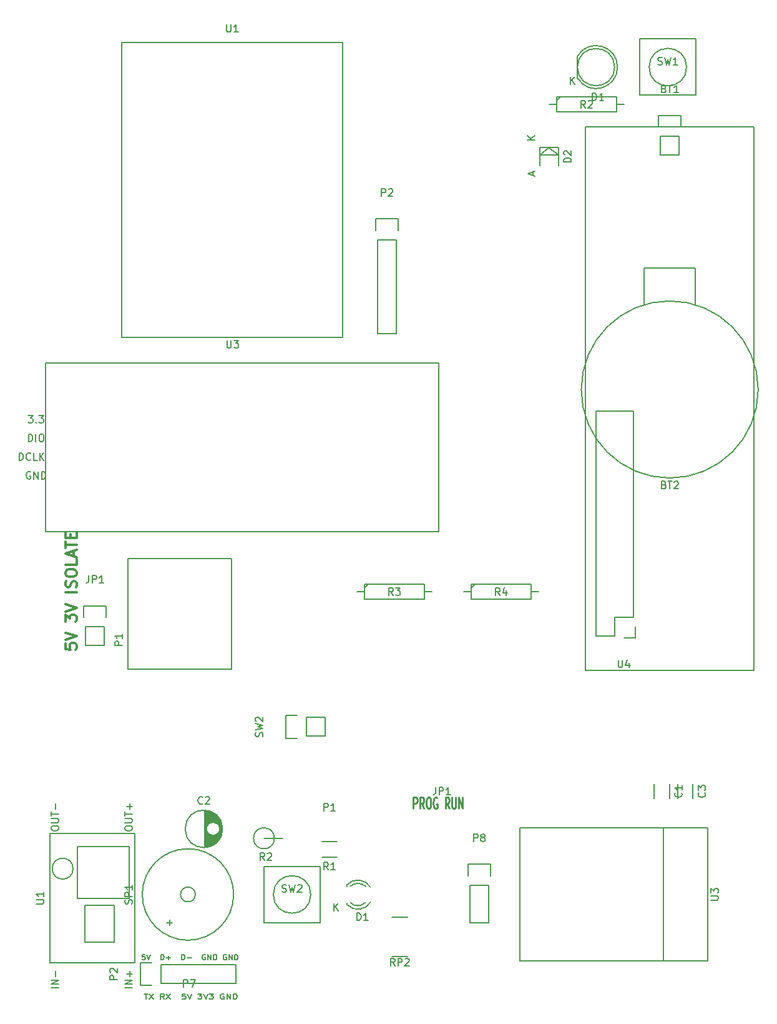
<source format=gbr>
G04 #@! TF.FileFunction,Legend,Top*
%FSLAX46Y46*%
G04 Gerber Fmt 4.6, Leading zero omitted, Abs format (unit mm)*
G04 Created by KiCad (PCBNEW 4.0.2+dfsg1-stable) date 2017年07月19日 12時55分51秒*
%MOMM*%
G01*
G04 APERTURE LIST*
%ADD10C,0.100000*%
%ADD11C,0.300000*%
%ADD12C,0.200000*%
%ADD13C,0.225000*%
%ADD14C,0.175000*%
%ADD15C,0.150000*%
G04 APERTURE END LIST*
D10*
D11*
X94469171Y-119756656D02*
X94469171Y-120470942D01*
X95183457Y-120542371D01*
X95112029Y-120470942D01*
X95040600Y-120328085D01*
X95040600Y-119970942D01*
X95112029Y-119828085D01*
X95183457Y-119756656D01*
X95326314Y-119685228D01*
X95683457Y-119685228D01*
X95826314Y-119756656D01*
X95897743Y-119828085D01*
X95969171Y-119970942D01*
X95969171Y-120328085D01*
X95897743Y-120470942D01*
X95826314Y-120542371D01*
X94469171Y-119256657D02*
X95969171Y-118756657D01*
X94469171Y-118256657D01*
X94469171Y-116756657D02*
X94469171Y-115828086D01*
X95040600Y-116328086D01*
X95040600Y-116113800D01*
X95112029Y-115970943D01*
X95183457Y-115899514D01*
X95326314Y-115828086D01*
X95683457Y-115828086D01*
X95826314Y-115899514D01*
X95897743Y-115970943D01*
X95969171Y-116113800D01*
X95969171Y-116542372D01*
X95897743Y-116685229D01*
X95826314Y-116756657D01*
X94469171Y-115399515D02*
X95969171Y-114899515D01*
X94469171Y-114399515D01*
X95969171Y-112756658D02*
X94469171Y-112756658D01*
X95897743Y-112113801D02*
X95969171Y-111899515D01*
X95969171Y-111542372D01*
X95897743Y-111399515D01*
X95826314Y-111328086D01*
X95683457Y-111256658D01*
X95540600Y-111256658D01*
X95397743Y-111328086D01*
X95326314Y-111399515D01*
X95254886Y-111542372D01*
X95183457Y-111828086D01*
X95112029Y-111970944D01*
X95040600Y-112042372D01*
X94897743Y-112113801D01*
X94754886Y-112113801D01*
X94612029Y-112042372D01*
X94540600Y-111970944D01*
X94469171Y-111828086D01*
X94469171Y-111470944D01*
X94540600Y-111256658D01*
X94469171Y-110328087D02*
X94469171Y-110042373D01*
X94540600Y-109899515D01*
X94683457Y-109756658D01*
X94969171Y-109685230D01*
X95469171Y-109685230D01*
X95754886Y-109756658D01*
X95897743Y-109899515D01*
X95969171Y-110042373D01*
X95969171Y-110328087D01*
X95897743Y-110470944D01*
X95754886Y-110613801D01*
X95469171Y-110685230D01*
X94969171Y-110685230D01*
X94683457Y-110613801D01*
X94540600Y-110470944D01*
X94469171Y-110328087D01*
X95969171Y-108328086D02*
X95969171Y-109042372D01*
X94469171Y-109042372D01*
X95540600Y-107899515D02*
X95540600Y-107185229D01*
X95969171Y-108042372D02*
X94469171Y-107542372D01*
X95969171Y-107042372D01*
X94469171Y-106756658D02*
X94469171Y-105899515D01*
X95969171Y-106328086D02*
X94469171Y-106328086D01*
X95183457Y-105399515D02*
X95183457Y-104899515D01*
X95969171Y-104685229D02*
X95969171Y-105399515D01*
X94469171Y-105399515D01*
X94469171Y-104685229D01*
D12*
X165013600Y-123408800D02*
X165013600Y-49748800D01*
X187873600Y-123408800D02*
X165013600Y-123408800D01*
X187873600Y-49748800D02*
X187873600Y-123408800D01*
X165013600Y-49748800D02*
X187873600Y-49748800D01*
D13*
X141674744Y-142104371D02*
X141674744Y-140604371D01*
X142017601Y-140604371D01*
X142103315Y-140675800D01*
X142146172Y-140747229D01*
X142189029Y-140890086D01*
X142189029Y-141104371D01*
X142146172Y-141247229D01*
X142103315Y-141318657D01*
X142017601Y-141390086D01*
X141674744Y-141390086D01*
X143089029Y-142104371D02*
X142789029Y-141390086D01*
X142574744Y-142104371D02*
X142574744Y-140604371D01*
X142917601Y-140604371D01*
X143003315Y-140675800D01*
X143046172Y-140747229D01*
X143089029Y-140890086D01*
X143089029Y-141104371D01*
X143046172Y-141247229D01*
X143003315Y-141318657D01*
X142917601Y-141390086D01*
X142574744Y-141390086D01*
X143646172Y-140604371D02*
X143817601Y-140604371D01*
X143903315Y-140675800D01*
X143989029Y-140818657D01*
X144031887Y-141104371D01*
X144031887Y-141604371D01*
X143989029Y-141890086D01*
X143903315Y-142032943D01*
X143817601Y-142104371D01*
X143646172Y-142104371D01*
X143560458Y-142032943D01*
X143474744Y-141890086D01*
X143431887Y-141604371D01*
X143431887Y-141104371D01*
X143474744Y-140818657D01*
X143560458Y-140675800D01*
X143646172Y-140604371D01*
X144889029Y-140675800D02*
X144803315Y-140604371D01*
X144674744Y-140604371D01*
X144546172Y-140675800D01*
X144460458Y-140818657D01*
X144417601Y-140961514D01*
X144374744Y-141247229D01*
X144374744Y-141461514D01*
X144417601Y-141747229D01*
X144460458Y-141890086D01*
X144546172Y-142032943D01*
X144674744Y-142104371D01*
X144760458Y-142104371D01*
X144889029Y-142032943D01*
X144931886Y-141961514D01*
X144931886Y-141461514D01*
X144760458Y-141461514D01*
X146517600Y-142104371D02*
X146217600Y-141390086D01*
X146003315Y-142104371D02*
X146003315Y-140604371D01*
X146346172Y-140604371D01*
X146431886Y-140675800D01*
X146474743Y-140747229D01*
X146517600Y-140890086D01*
X146517600Y-141104371D01*
X146474743Y-141247229D01*
X146431886Y-141318657D01*
X146346172Y-141390086D01*
X146003315Y-141390086D01*
X146903315Y-140604371D02*
X146903315Y-141818657D01*
X146946172Y-141961514D01*
X146989029Y-142032943D01*
X147074743Y-142104371D01*
X147246172Y-142104371D01*
X147331886Y-142032943D01*
X147374743Y-141961514D01*
X147417600Y-141818657D01*
X147417600Y-140604371D01*
X147846172Y-142104371D02*
X147846172Y-140604371D01*
X148360457Y-142104371D01*
X148360457Y-140604371D01*
D14*
X105255456Y-161870467D02*
X104898313Y-161870467D01*
X104862599Y-162203800D01*
X104898313Y-162170467D01*
X104969742Y-162137133D01*
X105148313Y-162137133D01*
X105219742Y-162170467D01*
X105255456Y-162203800D01*
X105291171Y-162270467D01*
X105291171Y-162437133D01*
X105255456Y-162503800D01*
X105219742Y-162537133D01*
X105148313Y-162570467D01*
X104969742Y-162570467D01*
X104898313Y-162537133D01*
X104862599Y-162503800D01*
X105505457Y-161870467D02*
X105755457Y-162570467D01*
X106005457Y-161870467D01*
X107398314Y-162570467D02*
X107398314Y-161870467D01*
X107576886Y-161870467D01*
X107684029Y-161903800D01*
X107755457Y-161970467D01*
X107791172Y-162037133D01*
X107826886Y-162170467D01*
X107826886Y-162270467D01*
X107791172Y-162403800D01*
X107755457Y-162470467D01*
X107684029Y-162537133D01*
X107576886Y-162570467D01*
X107398314Y-162570467D01*
X108148314Y-162303800D02*
X108719743Y-162303800D01*
X108434029Y-162570467D02*
X108434029Y-162037133D01*
X110219743Y-162570467D02*
X110219743Y-161870467D01*
X110398315Y-161870467D01*
X110505458Y-161903800D01*
X110576886Y-161970467D01*
X110612601Y-162037133D01*
X110648315Y-162170467D01*
X110648315Y-162270467D01*
X110612601Y-162403800D01*
X110576886Y-162470467D01*
X110505458Y-162537133D01*
X110398315Y-162570467D01*
X110219743Y-162570467D01*
X110969743Y-162303800D02*
X111541172Y-162303800D01*
X113434030Y-161903800D02*
X113362601Y-161870467D01*
X113255458Y-161870467D01*
X113148315Y-161903800D01*
X113076887Y-161970467D01*
X113041172Y-162037133D01*
X113005458Y-162170467D01*
X113005458Y-162270467D01*
X113041172Y-162403800D01*
X113076887Y-162470467D01*
X113148315Y-162537133D01*
X113255458Y-162570467D01*
X113326887Y-162570467D01*
X113434030Y-162537133D01*
X113469744Y-162503800D01*
X113469744Y-162270467D01*
X113326887Y-162270467D01*
X113791172Y-162570467D02*
X113791172Y-161870467D01*
X114219744Y-162570467D01*
X114219744Y-161870467D01*
X114576886Y-162570467D02*
X114576886Y-161870467D01*
X114755458Y-161870467D01*
X114862601Y-161903800D01*
X114934029Y-161970467D01*
X114969744Y-162037133D01*
X115005458Y-162170467D01*
X115005458Y-162270467D01*
X114969744Y-162403800D01*
X114934029Y-162470467D01*
X114862601Y-162537133D01*
X114755458Y-162570467D01*
X114576886Y-162570467D01*
X116291173Y-161903800D02*
X116219744Y-161870467D01*
X116112601Y-161870467D01*
X116005458Y-161903800D01*
X115934030Y-161970467D01*
X115898315Y-162037133D01*
X115862601Y-162170467D01*
X115862601Y-162270467D01*
X115898315Y-162403800D01*
X115934030Y-162470467D01*
X116005458Y-162537133D01*
X116112601Y-162570467D01*
X116184030Y-162570467D01*
X116291173Y-162537133D01*
X116326887Y-162503800D01*
X116326887Y-162270467D01*
X116184030Y-162270467D01*
X116648315Y-162570467D02*
X116648315Y-161870467D01*
X117076887Y-162570467D01*
X117076887Y-161870467D01*
X117434029Y-162570467D02*
X117434029Y-161870467D01*
X117612601Y-161870467D01*
X117719744Y-161903800D01*
X117791172Y-161970467D01*
X117826887Y-162037133D01*
X117862601Y-162170467D01*
X117862601Y-162270467D01*
X117826887Y-162403800D01*
X117791172Y-162470467D01*
X117719744Y-162537133D01*
X117612601Y-162570467D01*
X117434029Y-162570467D01*
X105155076Y-167204467D02*
X105640791Y-167204467D01*
X105397934Y-167904467D02*
X105397934Y-167204467D01*
X105843172Y-167204467D02*
X106409838Y-167904467D01*
X106409838Y-167204467D02*
X105843172Y-167904467D01*
X107866981Y-167904467D02*
X107583648Y-167571133D01*
X107381267Y-167904467D02*
X107381267Y-167204467D01*
X107705076Y-167204467D01*
X107786029Y-167237800D01*
X107826505Y-167271133D01*
X107866981Y-167337800D01*
X107866981Y-167437800D01*
X107826505Y-167504467D01*
X107786029Y-167537800D01*
X107705076Y-167571133D01*
X107381267Y-167571133D01*
X108150315Y-167204467D02*
X108716981Y-167904467D01*
X108716981Y-167204467D02*
X108150315Y-167904467D01*
X110740791Y-167204467D02*
X110336029Y-167204467D01*
X110295553Y-167537800D01*
X110336029Y-167504467D01*
X110416981Y-167471133D01*
X110619362Y-167471133D01*
X110700315Y-167504467D01*
X110740791Y-167537800D01*
X110781267Y-167604467D01*
X110781267Y-167771133D01*
X110740791Y-167837800D01*
X110700315Y-167871133D01*
X110619362Y-167904467D01*
X110416981Y-167904467D01*
X110336029Y-167871133D01*
X110295553Y-167837800D01*
X111024124Y-167204467D02*
X111307458Y-167904467D01*
X111590791Y-167204467D01*
X112440791Y-167204467D02*
X112966981Y-167204467D01*
X112683648Y-167471133D01*
X112805076Y-167471133D01*
X112886029Y-167504467D01*
X112926505Y-167537800D01*
X112966981Y-167604467D01*
X112966981Y-167771133D01*
X112926505Y-167837800D01*
X112886029Y-167871133D01*
X112805076Y-167904467D01*
X112562219Y-167904467D01*
X112481267Y-167871133D01*
X112440791Y-167837800D01*
X113209838Y-167204467D02*
X113493172Y-167904467D01*
X113776505Y-167204467D01*
X113978886Y-167204467D02*
X114505076Y-167204467D01*
X114221743Y-167471133D01*
X114343171Y-167471133D01*
X114424124Y-167504467D01*
X114464600Y-167537800D01*
X114505076Y-167604467D01*
X114505076Y-167771133D01*
X114464600Y-167837800D01*
X114424124Y-167871133D01*
X114343171Y-167904467D01*
X114100314Y-167904467D01*
X114019362Y-167871133D01*
X113978886Y-167837800D01*
X115962219Y-167237800D02*
X115881267Y-167204467D01*
X115759838Y-167204467D01*
X115638410Y-167237800D01*
X115557457Y-167304467D01*
X115516981Y-167371133D01*
X115476505Y-167504467D01*
X115476505Y-167604467D01*
X115516981Y-167737800D01*
X115557457Y-167804467D01*
X115638410Y-167871133D01*
X115759838Y-167904467D01*
X115840790Y-167904467D01*
X115962219Y-167871133D01*
X116002695Y-167837800D01*
X116002695Y-167604467D01*
X115840790Y-167604467D01*
X116366981Y-167904467D02*
X116366981Y-167204467D01*
X116852695Y-167904467D01*
X116852695Y-167204467D01*
X117257457Y-167904467D02*
X117257457Y-167204467D01*
X117459838Y-167204467D01*
X117581266Y-167237800D01*
X117662219Y-167304467D01*
X117702695Y-167371133D01*
X117743171Y-167504467D01*
X117743171Y-167604467D01*
X117702695Y-167737800D01*
X117662219Y-167804467D01*
X117581266Y-167871133D01*
X117459838Y-167904467D01*
X117257457Y-167904467D01*
D15*
X177713600Y-51018800D02*
X177713600Y-53558800D01*
X177993600Y-48198800D02*
X177993600Y-49748800D01*
X177713600Y-51018800D02*
X175173600Y-51018800D01*
X174893600Y-49748800D02*
X174893600Y-48198800D01*
X174893600Y-48198800D02*
X177993600Y-48198800D01*
X175173600Y-51018800D02*
X175173600Y-53558800D01*
X175173600Y-53558800D02*
X177713600Y-53558800D01*
X176443600Y-68808800D02*
X179943600Y-68808800D01*
X179943600Y-68808800D02*
X179943600Y-73808800D01*
X176443600Y-68808800D02*
X172943600Y-68808800D01*
X172943600Y-68808800D02*
X172943600Y-73808800D01*
X188443600Y-85308800D02*
G75*
G03X188443600Y-85308800I-12000000J0D01*
G01*
X163958712Y-43145704D02*
G75*
G03X163943600Y-40120800I2484888J1524904D01*
G01*
X163943600Y-43120800D02*
X163943600Y-40120800D01*
X168961536Y-41620800D02*
G75*
G03X168961536Y-41620800I-2517936J0D01*
G01*
X160085600Y-52594180D02*
X161335280Y-53544140D01*
X161335280Y-53544140D02*
X158835920Y-53544140D01*
X158835920Y-53544140D02*
X160085600Y-52545920D01*
X161335280Y-52545920D02*
X158835920Y-52545920D01*
X161335280Y-54844620D02*
X161335280Y-54943680D01*
X158835920Y-54844620D02*
X158835920Y-54943680D01*
X161335280Y-52545920D02*
X161335280Y-54895420D01*
X158835920Y-52545920D02*
X158835920Y-54793820D01*
X102940480Y-108194940D02*
X117037480Y-108194940D01*
X117037480Y-123180940D02*
X102940480Y-123180940D01*
X102940480Y-108194940D02*
X102940480Y-123180940D01*
X117037480Y-108194940D02*
X117037480Y-123180940D01*
X139355600Y-65014800D02*
X139355600Y-77714800D01*
X139355600Y-77714800D02*
X136815600Y-77714800D01*
X136815600Y-77714800D02*
X136815600Y-65014800D01*
X139635600Y-62194800D02*
X139635600Y-63744800D01*
X139355600Y-65014800D02*
X136815600Y-65014800D01*
X136535600Y-63744800D02*
X136535600Y-62194800D01*
X136535600Y-62194800D02*
X139635600Y-62194800D01*
X160093600Y-46700800D02*
X161109600Y-46700800D01*
X161109600Y-46700800D02*
X161109600Y-45684800D01*
X161109600Y-45684800D02*
X169237600Y-45684800D01*
X169237600Y-45684800D02*
X169237600Y-47716800D01*
X169237600Y-47716800D02*
X161109600Y-47716800D01*
X161109600Y-47716800D02*
X161109600Y-46700800D01*
X161109600Y-46192800D02*
X161617600Y-45684800D01*
X170253600Y-46700800D02*
X169237600Y-46700800D01*
X134005600Y-112744800D02*
X135021600Y-112744800D01*
X135021600Y-112744800D02*
X135021600Y-111728800D01*
X135021600Y-111728800D02*
X143149600Y-111728800D01*
X143149600Y-111728800D02*
X143149600Y-113760800D01*
X143149600Y-113760800D02*
X135021600Y-113760800D01*
X135021600Y-113760800D02*
X135021600Y-112744800D01*
X135021600Y-112236800D02*
X135529600Y-111728800D01*
X144165600Y-112744800D02*
X143149600Y-112744800D01*
X148505600Y-112744800D02*
X149521600Y-112744800D01*
X149521600Y-112744800D02*
X149521600Y-111728800D01*
X149521600Y-111728800D02*
X157649600Y-111728800D01*
X157649600Y-111728800D02*
X157649600Y-113760800D01*
X157649600Y-113760800D02*
X149521600Y-113760800D01*
X149521600Y-113760800D02*
X149521600Y-112744800D01*
X149521600Y-112236800D02*
X150029600Y-111728800D01*
X158665600Y-112744800D02*
X157649600Y-112744800D01*
X178729600Y-41620800D02*
G75*
G03X178729600Y-41620800I-2540000J0D01*
G01*
X172379600Y-37810800D02*
X179999600Y-37810800D01*
X179999600Y-37810800D02*
X179999600Y-45430800D01*
X179999600Y-45430800D02*
X172379600Y-45430800D01*
X172379600Y-37810800D02*
X172379600Y-45430800D01*
X127167600Y-129758800D02*
X129707600Y-129758800D01*
X124347600Y-129478800D02*
X125897600Y-129478800D01*
X127167600Y-129758800D02*
X127167600Y-132298800D01*
X125897600Y-132578800D02*
X124347600Y-132578800D01*
X124347600Y-132578800D02*
X124347600Y-129478800D01*
X127167600Y-132298800D02*
X129707600Y-132298800D01*
X129707600Y-132298800D02*
X129707600Y-129758800D01*
X117085600Y-78244800D02*
X132085600Y-78244800D01*
X132085600Y-78244800D02*
X132085600Y-38244800D01*
X132085600Y-38244800D02*
X102085600Y-38244800D01*
X102085600Y-38244800D02*
X102085600Y-78244800D01*
X102085600Y-78244800D02*
X117085600Y-78244800D01*
X145085600Y-81744800D02*
X145085600Y-104604800D01*
X145085600Y-104604800D02*
X91745600Y-104604800D01*
X91745600Y-104604800D02*
X91745600Y-81744800D01*
X91745600Y-81744800D02*
X145085600Y-81744800D01*
X99735600Y-117439800D02*
X99735600Y-119979800D01*
X100015600Y-114619800D02*
X100015600Y-116169800D01*
X99735600Y-117439800D02*
X97195600Y-117439800D01*
X96915600Y-116169800D02*
X96915600Y-114619800D01*
X96915600Y-114619800D02*
X100015600Y-114619800D01*
X97195600Y-117439800D02*
X97195600Y-119979800D01*
X97195600Y-119979800D02*
X99735600Y-119979800D01*
X166410600Y-88229800D02*
X166410600Y-118709800D01*
X171490600Y-116169800D02*
X171490600Y-88229800D01*
X166410600Y-88229800D02*
X171490600Y-88229800D01*
X166410600Y-118709800D02*
X168950600Y-118709800D01*
X170220600Y-118989800D02*
X171770600Y-118989800D01*
X168950600Y-118709800D02*
X168950600Y-116169800D01*
X168950600Y-116169800D02*
X171490600Y-116169800D01*
X171770600Y-118989800D02*
X171770600Y-117439800D01*
X176395600Y-140774800D02*
X176395600Y-138774800D01*
X174345600Y-138774800D02*
X174345600Y-140774800D01*
X113322600Y-142355800D02*
X113322600Y-147353800D01*
X113462600Y-142363800D02*
X113462600Y-147345800D01*
X113602600Y-142379800D02*
X113602600Y-144759800D01*
X113602600Y-144949800D02*
X113602600Y-147329800D01*
X113742600Y-142403800D02*
X113742600Y-144364800D01*
X113742600Y-145344800D02*
X113742600Y-147305800D01*
X113882600Y-142436800D02*
X113882600Y-144197800D01*
X113882600Y-145511800D02*
X113882600Y-147272800D01*
X114022600Y-142477800D02*
X114022600Y-144090800D01*
X114022600Y-145618800D02*
X114022600Y-147231800D01*
X114162600Y-142527800D02*
X114162600Y-144019800D01*
X114162600Y-145689800D02*
X114162600Y-147181800D01*
X114302600Y-142588800D02*
X114302600Y-143975800D01*
X114302600Y-145733800D02*
X114302600Y-147120800D01*
X114442600Y-142658800D02*
X114442600Y-143956800D01*
X114442600Y-145752800D02*
X114442600Y-147050800D01*
X114582600Y-142740800D02*
X114582600Y-143958800D01*
X114582600Y-145750800D02*
X114582600Y-146968800D01*
X114722600Y-142835800D02*
X114722600Y-143983800D01*
X114722600Y-145725800D02*
X114722600Y-146873800D01*
X114862600Y-142946800D02*
X114862600Y-144031800D01*
X114862600Y-145677800D02*
X114862600Y-146762800D01*
X115002600Y-143074800D02*
X115002600Y-144109800D01*
X115002600Y-145599800D02*
X115002600Y-146634800D01*
X115142600Y-143223800D02*
X115142600Y-144226800D01*
X115142600Y-145482800D02*
X115142600Y-146485800D01*
X115282600Y-143402800D02*
X115282600Y-144414800D01*
X115282600Y-145294800D02*
X115282600Y-146306800D01*
X115422600Y-143621800D02*
X115422600Y-146087800D01*
X115562600Y-143910800D02*
X115562600Y-145798800D01*
X115702600Y-144382800D02*
X115702600Y-145326800D01*
X115397600Y-144854800D02*
G75*
G03X115397600Y-144854800I-900000J0D01*
G01*
X115785100Y-144854800D02*
G75*
G03X115785100Y-144854800I-2537500J0D01*
G01*
X179570600Y-140774800D02*
X179570600Y-138774800D01*
X177520600Y-138774800D02*
X177520600Y-140774800D01*
X132626600Y-155058800D02*
X132626600Y-154858800D01*
X132626600Y-152464800D02*
X132626600Y-152644800D01*
X135854344Y-152775157D02*
G75*
G03X132626600Y-152458800I-1727744J-1003643D01*
G01*
X135178606Y-152645732D02*
G75*
G03X133075600Y-152644800I-1052006J-1133068D01*
G01*
X132639380Y-155085526D02*
G75*
G03X135876600Y-154738800I1497220J1306726D01*
G01*
X133112711Y-154858053D02*
G75*
G03X135160600Y-154838800I1013889J1079253D01*
G01*
X106155600Y-166089800D02*
X104605600Y-166089800D01*
X104605600Y-166089800D02*
X104605600Y-162989800D01*
X104605600Y-162989800D02*
X106155600Y-162989800D01*
X107425600Y-163269800D02*
X117585600Y-163269800D01*
X117585600Y-163269800D02*
X117585600Y-165809800D01*
X117585600Y-165809800D02*
X107425600Y-165809800D01*
X107425600Y-163269800D02*
X107425600Y-165809800D01*
X149335600Y-152474800D02*
X149335600Y-157554800D01*
X149335600Y-157554800D02*
X151875600Y-157554800D01*
X151875600Y-157554800D02*
X151875600Y-152474800D01*
X152155600Y-149654800D02*
X152155600Y-151204800D01*
X151875600Y-152474800D02*
X149335600Y-152474800D01*
X149055600Y-151204800D02*
X149055600Y-149654800D01*
X149055600Y-149654800D02*
X152155600Y-149654800D01*
X129285600Y-146573800D02*
X131285600Y-146573800D01*
X131285600Y-148723800D02*
X129285600Y-148723800D01*
X121395600Y-146124800D02*
X123935600Y-146124800D01*
X122815503Y-146124800D02*
G75*
G03X122815503Y-146124800I-1419903J0D01*
G01*
X138760600Y-156784800D02*
X140860600Y-156784800D01*
X138760600Y-162134800D02*
X140860600Y-162134800D01*
X112086360Y-153744800D02*
G75*
G03X112086360Y-153744800I-1000760J0D01*
G01*
X117285740Y-153744800D02*
G75*
G03X117285740Y-153744800I-6200140J0D01*
G01*
X127745600Y-153744800D02*
G75*
G03X127745600Y-153744800I-2540000J0D01*
G01*
X121395600Y-149934800D02*
X129015600Y-149934800D01*
X129015600Y-149934800D02*
X129015600Y-157554800D01*
X129015600Y-157554800D02*
X121395600Y-157554800D01*
X121395600Y-149934800D02*
X121395600Y-157554800D01*
X101085600Y-155244800D02*
X97085600Y-155244800D01*
X97085600Y-155244800D02*
X97085600Y-160244800D01*
X97085600Y-160244800D02*
X101085600Y-160244800D01*
X101085600Y-160244800D02*
X101085600Y-155244800D01*
X95499814Y-150244800D02*
G75*
G03X95499814Y-150244800I-1414214J0D01*
G01*
X103085600Y-147244800D02*
X96085600Y-147244800D01*
X96085600Y-147244800D02*
X96085600Y-154244800D01*
X96085600Y-154244800D02*
X103085600Y-154244800D01*
X103085600Y-154244800D02*
X103085600Y-147244800D01*
X103085600Y-147244800D02*
X97085600Y-147244800D01*
X103085600Y-153244800D02*
X103085600Y-147244800D01*
X103835600Y-145494800D02*
X103835600Y-162994800D01*
X103835600Y-162994800D02*
X92335600Y-162994800D01*
X92335600Y-162994800D02*
X92335600Y-145494800D01*
X92335600Y-145494800D02*
X103835600Y-145494800D01*
X175585600Y-144744800D02*
X156085600Y-144744800D01*
X156085600Y-144744800D02*
X156085600Y-162744800D01*
X156085600Y-162744800D02*
X175585600Y-162744800D01*
X175585600Y-153744800D02*
X175585600Y-144744800D01*
X175585600Y-144744800D02*
X181585600Y-144744800D01*
X181585600Y-144744800D02*
X181585600Y-162744800D01*
X181585600Y-162744800D02*
X175585600Y-162744800D01*
X175585600Y-162744800D02*
X175585600Y-153744800D01*
X175657886Y-44577371D02*
X175800743Y-44624990D01*
X175848362Y-44672610D01*
X175895981Y-44767848D01*
X175895981Y-44910705D01*
X175848362Y-45005943D01*
X175800743Y-45053562D01*
X175705505Y-45101181D01*
X175324552Y-45101181D01*
X175324552Y-44101181D01*
X175657886Y-44101181D01*
X175753124Y-44148800D01*
X175800743Y-44196419D01*
X175848362Y-44291657D01*
X175848362Y-44386895D01*
X175800743Y-44482133D01*
X175753124Y-44529752D01*
X175657886Y-44577371D01*
X175324552Y-44577371D01*
X176181695Y-44101181D02*
X176753124Y-44101181D01*
X176467409Y-45101181D02*
X176467409Y-44101181D01*
X177610267Y-45101181D02*
X177038838Y-45101181D01*
X177324552Y-45101181D02*
X177324552Y-44101181D01*
X177229314Y-44244038D01*
X177134076Y-44339276D01*
X177038838Y-44386895D01*
X175657886Y-98237371D02*
X175800743Y-98284990D01*
X175848362Y-98332610D01*
X175895981Y-98427848D01*
X175895981Y-98570705D01*
X175848362Y-98665943D01*
X175800743Y-98713562D01*
X175705505Y-98761181D01*
X175324552Y-98761181D01*
X175324552Y-97761181D01*
X175657886Y-97761181D01*
X175753124Y-97808800D01*
X175800743Y-97856419D01*
X175848362Y-97951657D01*
X175848362Y-98046895D01*
X175800743Y-98142133D01*
X175753124Y-98189752D01*
X175657886Y-98237371D01*
X175324552Y-98237371D01*
X176181695Y-97761181D02*
X176753124Y-97761181D01*
X176467409Y-98761181D02*
X176467409Y-97761181D01*
X177038838Y-97856419D02*
X177086457Y-97808800D01*
X177181695Y-97761181D01*
X177419791Y-97761181D01*
X177515029Y-97808800D01*
X177562648Y-97856419D01*
X177610267Y-97951657D01*
X177610267Y-98046895D01*
X177562648Y-98189752D01*
X176991219Y-98761181D01*
X177610267Y-98761181D01*
X165959505Y-46137181D02*
X165959505Y-45137181D01*
X166197600Y-45137181D01*
X166340458Y-45184800D01*
X166435696Y-45280038D01*
X166483315Y-45375276D01*
X166530934Y-45565752D01*
X166530934Y-45708610D01*
X166483315Y-45899086D01*
X166435696Y-45994324D01*
X166340458Y-46089562D01*
X166197600Y-46137181D01*
X165959505Y-46137181D01*
X167483315Y-46137181D02*
X166911886Y-46137181D01*
X167197600Y-46137181D02*
X167197600Y-45137181D01*
X167102362Y-45280038D01*
X167007124Y-45375276D01*
X166911886Y-45422895D01*
X163006695Y-43978181D02*
X163006695Y-42978181D01*
X163578124Y-43978181D02*
X163149552Y-43406752D01*
X163578124Y-42978181D02*
X163006695Y-43549610D01*
X163077981Y-54482895D02*
X162077981Y-54482895D01*
X162077981Y-54244800D01*
X162125600Y-54101942D01*
X162220838Y-54006704D01*
X162316076Y-53959085D01*
X162506552Y-53911466D01*
X162649410Y-53911466D01*
X162839886Y-53959085D01*
X162935124Y-54006704D01*
X163030362Y-54101942D01*
X163077981Y-54244800D01*
X163077981Y-54482895D01*
X162173219Y-53530514D02*
X162125600Y-53482895D01*
X162077981Y-53387657D01*
X162077981Y-53149561D01*
X162125600Y-53054323D01*
X162173219Y-53006704D01*
X162268457Y-52959085D01*
X162363695Y-52959085D01*
X162506552Y-53006704D01*
X163077981Y-53578133D01*
X163077981Y-52959085D01*
X158137981Y-51456705D02*
X157137981Y-51456705D01*
X158137981Y-50885276D02*
X157566552Y-51313848D01*
X157137981Y-50885276D02*
X157709410Y-51456705D01*
X157902267Y-56332895D02*
X157902267Y-55856704D01*
X158187981Y-56428133D02*
X157187981Y-56094800D01*
X158187981Y-55761466D01*
X102187981Y-119982895D02*
X101187981Y-119982895D01*
X101187981Y-119601942D01*
X101235600Y-119506704D01*
X101283219Y-119459085D01*
X101378457Y-119411466D01*
X101521314Y-119411466D01*
X101616552Y-119459085D01*
X101664171Y-119506704D01*
X101711790Y-119601942D01*
X101711790Y-119982895D01*
X102187981Y-118459085D02*
X102187981Y-119030514D01*
X102187981Y-118744800D02*
X101187981Y-118744800D01*
X101330838Y-118840038D01*
X101426076Y-118935276D01*
X101473695Y-119030514D01*
X137347505Y-59097181D02*
X137347505Y-58097181D01*
X137728458Y-58097181D01*
X137823696Y-58144800D01*
X137871315Y-58192419D01*
X137918934Y-58287657D01*
X137918934Y-58430514D01*
X137871315Y-58525752D01*
X137823696Y-58573371D01*
X137728458Y-58620990D01*
X137347505Y-58620990D01*
X138299886Y-58192419D02*
X138347505Y-58144800D01*
X138442743Y-58097181D01*
X138680839Y-58097181D01*
X138776077Y-58144800D01*
X138823696Y-58192419D01*
X138871315Y-58287657D01*
X138871315Y-58382895D01*
X138823696Y-58525752D01*
X138252267Y-59097181D01*
X138871315Y-59097181D01*
X165006934Y-47153181D02*
X164673600Y-46676990D01*
X164435505Y-47153181D02*
X164435505Y-46153181D01*
X164816458Y-46153181D01*
X164911696Y-46200800D01*
X164959315Y-46248419D01*
X165006934Y-46343657D01*
X165006934Y-46486514D01*
X164959315Y-46581752D01*
X164911696Y-46629371D01*
X164816458Y-46676990D01*
X164435505Y-46676990D01*
X165387886Y-46248419D02*
X165435505Y-46200800D01*
X165530743Y-46153181D01*
X165768839Y-46153181D01*
X165864077Y-46200800D01*
X165911696Y-46248419D01*
X165959315Y-46343657D01*
X165959315Y-46438895D01*
X165911696Y-46581752D01*
X165340267Y-47153181D01*
X165959315Y-47153181D01*
X138918934Y-113197181D02*
X138585600Y-112720990D01*
X138347505Y-113197181D02*
X138347505Y-112197181D01*
X138728458Y-112197181D01*
X138823696Y-112244800D01*
X138871315Y-112292419D01*
X138918934Y-112387657D01*
X138918934Y-112530514D01*
X138871315Y-112625752D01*
X138823696Y-112673371D01*
X138728458Y-112720990D01*
X138347505Y-112720990D01*
X139252267Y-112197181D02*
X139871315Y-112197181D01*
X139537981Y-112578133D01*
X139680839Y-112578133D01*
X139776077Y-112625752D01*
X139823696Y-112673371D01*
X139871315Y-112768610D01*
X139871315Y-113006705D01*
X139823696Y-113101943D01*
X139776077Y-113149562D01*
X139680839Y-113197181D01*
X139395124Y-113197181D01*
X139299886Y-113149562D01*
X139252267Y-113101943D01*
X153418934Y-113197181D02*
X153085600Y-112720990D01*
X152847505Y-113197181D02*
X152847505Y-112197181D01*
X153228458Y-112197181D01*
X153323696Y-112244800D01*
X153371315Y-112292419D01*
X153418934Y-112387657D01*
X153418934Y-112530514D01*
X153371315Y-112625752D01*
X153323696Y-112673371D01*
X153228458Y-112720990D01*
X152847505Y-112720990D01*
X154276077Y-112530514D02*
X154276077Y-113197181D01*
X154037981Y-112149562D02*
X153799886Y-112863848D01*
X154418934Y-112863848D01*
X174856267Y-41263562D02*
X174999124Y-41311181D01*
X175237220Y-41311181D01*
X175332458Y-41263562D01*
X175380077Y-41215943D01*
X175427696Y-41120705D01*
X175427696Y-41025467D01*
X175380077Y-40930229D01*
X175332458Y-40882610D01*
X175237220Y-40834990D01*
X175046743Y-40787371D01*
X174951505Y-40739752D01*
X174903886Y-40692133D01*
X174856267Y-40596895D01*
X174856267Y-40501657D01*
X174903886Y-40406419D01*
X174951505Y-40358800D01*
X175046743Y-40311181D01*
X175284839Y-40311181D01*
X175427696Y-40358800D01*
X175761029Y-40311181D02*
X175999124Y-41311181D01*
X176189601Y-40596895D01*
X176380077Y-41311181D01*
X176618172Y-40311181D01*
X177522934Y-41311181D02*
X176951505Y-41311181D01*
X177237219Y-41311181D02*
X177237219Y-40311181D01*
X177141981Y-40454038D01*
X177046743Y-40549276D01*
X176951505Y-40596895D01*
X121202362Y-132362133D02*
X121249981Y-132219276D01*
X121249981Y-131981180D01*
X121202362Y-131885942D01*
X121154743Y-131838323D01*
X121059505Y-131790704D01*
X120964267Y-131790704D01*
X120869029Y-131838323D01*
X120821410Y-131885942D01*
X120773790Y-131981180D01*
X120726171Y-132171657D01*
X120678552Y-132266895D01*
X120630933Y-132314514D01*
X120535695Y-132362133D01*
X120440457Y-132362133D01*
X120345219Y-132314514D01*
X120297600Y-132266895D01*
X120249981Y-132171657D01*
X120249981Y-131933561D01*
X120297600Y-131790704D01*
X120249981Y-131457371D02*
X121249981Y-131219276D01*
X120535695Y-131028799D01*
X121249981Y-130838323D01*
X120249981Y-130600228D01*
X120345219Y-130266895D02*
X120297600Y-130219276D01*
X120249981Y-130124038D01*
X120249981Y-129885942D01*
X120297600Y-129790704D01*
X120345219Y-129743085D01*
X120440457Y-129695466D01*
X120535695Y-129695466D01*
X120678552Y-129743085D01*
X121249981Y-130314514D01*
X121249981Y-129695466D01*
X116323695Y-35867181D02*
X116323695Y-36676705D01*
X116371314Y-36771943D01*
X116418933Y-36819562D01*
X116514171Y-36867181D01*
X116704648Y-36867181D01*
X116799886Y-36819562D01*
X116847505Y-36771943D01*
X116895124Y-36676705D01*
X116895124Y-35867181D01*
X117895124Y-36867181D02*
X117323695Y-36867181D01*
X117609409Y-36867181D02*
X117609409Y-35867181D01*
X117514171Y-36010038D01*
X117418933Y-36105276D01*
X117323695Y-36152895D01*
X116383695Y-78657181D02*
X116383695Y-79466705D01*
X116431314Y-79561943D01*
X116478933Y-79609562D01*
X116574171Y-79657181D01*
X116764648Y-79657181D01*
X116859886Y-79609562D01*
X116907505Y-79561943D01*
X116955124Y-79466705D01*
X116955124Y-78657181D01*
X117336076Y-78657181D02*
X117955124Y-78657181D01*
X117621790Y-79038133D01*
X117764648Y-79038133D01*
X117859886Y-79085752D01*
X117907505Y-79133371D01*
X117955124Y-79228610D01*
X117955124Y-79466705D01*
X117907505Y-79561943D01*
X117859886Y-79609562D01*
X117764648Y-79657181D01*
X117478933Y-79657181D01*
X117383695Y-79609562D01*
X117336076Y-79561943D01*
X89427981Y-88817181D02*
X90047029Y-88817181D01*
X89713695Y-89198133D01*
X89856553Y-89198133D01*
X89951791Y-89245752D01*
X89999410Y-89293371D01*
X90047029Y-89388610D01*
X90047029Y-89626705D01*
X89999410Y-89721943D01*
X89951791Y-89769562D01*
X89856553Y-89817181D01*
X89570838Y-89817181D01*
X89475600Y-89769562D01*
X89427981Y-89721943D01*
X90475600Y-89721943D02*
X90523219Y-89769562D01*
X90475600Y-89817181D01*
X90427981Y-89769562D01*
X90475600Y-89721943D01*
X90475600Y-89817181D01*
X90856552Y-88817181D02*
X91475600Y-88817181D01*
X91142266Y-89198133D01*
X91285124Y-89198133D01*
X91380362Y-89245752D01*
X91427981Y-89293371D01*
X91475600Y-89388610D01*
X91475600Y-89626705D01*
X91427981Y-89721943D01*
X91380362Y-89769562D01*
X91285124Y-89817181D01*
X90999409Y-89817181D01*
X90904171Y-89769562D01*
X90856552Y-89721943D01*
X89451791Y-92357181D02*
X89451791Y-91357181D01*
X89689886Y-91357181D01*
X89832744Y-91404800D01*
X89927982Y-91500038D01*
X89975601Y-91595276D01*
X90023220Y-91785752D01*
X90023220Y-91928610D01*
X89975601Y-92119086D01*
X89927982Y-92214324D01*
X89832744Y-92309562D01*
X89689886Y-92357181D01*
X89451791Y-92357181D01*
X90451791Y-92357181D02*
X90451791Y-91357181D01*
X91118457Y-91357181D02*
X91308934Y-91357181D01*
X91404172Y-91404800D01*
X91499410Y-91500038D01*
X91547029Y-91690514D01*
X91547029Y-92023848D01*
X91499410Y-92214324D01*
X91404172Y-92309562D01*
X91308934Y-92357181D01*
X91118457Y-92357181D01*
X91023219Y-92309562D01*
X90927981Y-92214324D01*
X90880362Y-92023848D01*
X90880362Y-91690514D01*
X90927981Y-91500038D01*
X91023219Y-91404800D01*
X91118457Y-91357181D01*
X88173933Y-94897181D02*
X88173933Y-93897181D01*
X88412028Y-93897181D01*
X88554886Y-93944800D01*
X88650124Y-94040038D01*
X88697743Y-94135276D01*
X88745362Y-94325752D01*
X88745362Y-94468610D01*
X88697743Y-94659086D01*
X88650124Y-94754324D01*
X88554886Y-94849562D01*
X88412028Y-94897181D01*
X88173933Y-94897181D01*
X89745362Y-94801943D02*
X89697743Y-94849562D01*
X89554886Y-94897181D01*
X89459648Y-94897181D01*
X89316790Y-94849562D01*
X89221552Y-94754324D01*
X89173933Y-94659086D01*
X89126314Y-94468610D01*
X89126314Y-94325752D01*
X89173933Y-94135276D01*
X89221552Y-94040038D01*
X89316790Y-93944800D01*
X89459648Y-93897181D01*
X89554886Y-93897181D01*
X89697743Y-93944800D01*
X89745362Y-93992419D01*
X90650124Y-94897181D02*
X90173933Y-94897181D01*
X90173933Y-93897181D01*
X90983457Y-94897181D02*
X90983457Y-93897181D01*
X91554886Y-94897181D02*
X91126314Y-94325752D01*
X91554886Y-93897181D02*
X90983457Y-94468610D01*
X89713696Y-96484800D02*
X89618458Y-96437181D01*
X89475601Y-96437181D01*
X89332743Y-96484800D01*
X89237505Y-96580038D01*
X89189886Y-96675276D01*
X89142267Y-96865752D01*
X89142267Y-97008610D01*
X89189886Y-97199086D01*
X89237505Y-97294324D01*
X89332743Y-97389562D01*
X89475601Y-97437181D01*
X89570839Y-97437181D01*
X89713696Y-97389562D01*
X89761315Y-97341943D01*
X89761315Y-97008610D01*
X89570839Y-97008610D01*
X90189886Y-97437181D02*
X90189886Y-96437181D01*
X90761315Y-97437181D01*
X90761315Y-96437181D01*
X91237505Y-97437181D02*
X91237505Y-96437181D01*
X91475600Y-96437181D01*
X91618458Y-96484800D01*
X91713696Y-96580038D01*
X91761315Y-96675276D01*
X91808934Y-96865752D01*
X91808934Y-97008610D01*
X91761315Y-97199086D01*
X91713696Y-97294324D01*
X91618458Y-97389562D01*
X91475600Y-97437181D01*
X91237505Y-97437181D01*
X97632267Y-110522181D02*
X97632267Y-111236467D01*
X97584647Y-111379324D01*
X97489409Y-111474562D01*
X97346552Y-111522181D01*
X97251314Y-111522181D01*
X98108457Y-111522181D02*
X98108457Y-110522181D01*
X98489410Y-110522181D01*
X98584648Y-110569800D01*
X98632267Y-110617419D01*
X98679886Y-110712657D01*
X98679886Y-110855514D01*
X98632267Y-110950752D01*
X98584648Y-110998371D01*
X98489410Y-111045990D01*
X98108457Y-111045990D01*
X99632267Y-111522181D02*
X99060838Y-111522181D01*
X99346552Y-111522181D02*
X99346552Y-110522181D01*
X99251314Y-110665038D01*
X99156076Y-110760276D01*
X99060838Y-110807895D01*
X169458695Y-121992181D02*
X169458695Y-122801705D01*
X169506314Y-122896943D01*
X169553933Y-122944562D01*
X169649171Y-122992181D01*
X169839648Y-122992181D01*
X169934886Y-122944562D01*
X169982505Y-122896943D01*
X170030124Y-122801705D01*
X170030124Y-121992181D01*
X170934886Y-122325514D02*
X170934886Y-122992181D01*
X170696790Y-121944562D02*
X170458695Y-122658848D01*
X171077743Y-122658848D01*
X178027743Y-139941466D02*
X178075362Y-139989085D01*
X178122981Y-140131942D01*
X178122981Y-140227180D01*
X178075362Y-140370038D01*
X177980124Y-140465276D01*
X177884886Y-140512895D01*
X177694410Y-140560514D01*
X177551552Y-140560514D01*
X177361076Y-140512895D01*
X177265838Y-140465276D01*
X177170600Y-140370038D01*
X177122981Y-140227180D01*
X177122981Y-140131942D01*
X177170600Y-139989085D01*
X177218219Y-139941466D01*
X178122981Y-138989085D02*
X178122981Y-139560514D01*
X178122981Y-139274800D02*
X177122981Y-139274800D01*
X177265838Y-139370038D01*
X177361076Y-139465276D01*
X177408695Y-139560514D01*
X113080934Y-141411943D02*
X113033315Y-141459562D01*
X112890458Y-141507181D01*
X112795220Y-141507181D01*
X112652362Y-141459562D01*
X112557124Y-141364324D01*
X112509505Y-141269086D01*
X112461886Y-141078610D01*
X112461886Y-140935752D01*
X112509505Y-140745276D01*
X112557124Y-140650038D01*
X112652362Y-140554800D01*
X112795220Y-140507181D01*
X112890458Y-140507181D01*
X113033315Y-140554800D01*
X113080934Y-140602419D01*
X113461886Y-140602419D02*
X113509505Y-140554800D01*
X113604743Y-140507181D01*
X113842839Y-140507181D01*
X113938077Y-140554800D01*
X113985696Y-140602419D01*
X114033315Y-140697657D01*
X114033315Y-140792895D01*
X113985696Y-140935752D01*
X113414267Y-141507181D01*
X114033315Y-141507181D01*
X181202743Y-139941466D02*
X181250362Y-139989085D01*
X181297981Y-140131942D01*
X181297981Y-140227180D01*
X181250362Y-140370038D01*
X181155124Y-140465276D01*
X181059886Y-140512895D01*
X180869410Y-140560514D01*
X180726552Y-140560514D01*
X180536076Y-140512895D01*
X180440838Y-140465276D01*
X180345600Y-140370038D01*
X180297981Y-140227180D01*
X180297981Y-140131942D01*
X180345600Y-139989085D01*
X180393219Y-139941466D01*
X180297981Y-139608133D02*
X180297981Y-138989085D01*
X180678933Y-139322419D01*
X180678933Y-139179561D01*
X180726552Y-139084323D01*
X180774171Y-139036704D01*
X180869410Y-138989085D01*
X181107505Y-138989085D01*
X181202743Y-139036704D01*
X181250362Y-139084323D01*
X181297981Y-139179561D01*
X181297981Y-139465276D01*
X181250362Y-139560514D01*
X181202743Y-139608133D01*
X133997505Y-157257181D02*
X133997505Y-156257181D01*
X134235600Y-156257181D01*
X134378458Y-156304800D01*
X134473696Y-156400038D01*
X134521315Y-156495276D01*
X134568934Y-156685752D01*
X134568934Y-156828610D01*
X134521315Y-157019086D01*
X134473696Y-157114324D01*
X134378458Y-157209562D01*
X134235600Y-157257181D01*
X133997505Y-157257181D01*
X135521315Y-157257181D02*
X134949886Y-157257181D01*
X135235600Y-157257181D02*
X135235600Y-156257181D01*
X135140362Y-156400038D01*
X135045124Y-156495276D01*
X134949886Y-156542895D01*
X130873695Y-155937181D02*
X130873695Y-154937181D01*
X131445124Y-155937181D02*
X131016552Y-155365752D01*
X131445124Y-154937181D02*
X130873695Y-155508610D01*
X144692267Y-139227181D02*
X144692267Y-139941467D01*
X144644647Y-140084324D01*
X144549409Y-140179562D01*
X144406552Y-140227181D01*
X144311314Y-140227181D01*
X145168457Y-140227181D02*
X145168457Y-139227181D01*
X145549410Y-139227181D01*
X145644648Y-139274800D01*
X145692267Y-139322419D01*
X145739886Y-139417657D01*
X145739886Y-139560514D01*
X145692267Y-139655752D01*
X145644648Y-139703371D01*
X145549410Y-139750990D01*
X145168457Y-139750990D01*
X146692267Y-140227181D02*
X146120838Y-140227181D01*
X146406552Y-140227181D02*
X146406552Y-139227181D01*
X146311314Y-139370038D01*
X146216076Y-139465276D01*
X146120838Y-139512895D01*
X129547505Y-142386181D02*
X129547505Y-141386181D01*
X129928458Y-141386181D01*
X130023696Y-141433800D01*
X130071315Y-141481419D01*
X130118934Y-141576657D01*
X130118934Y-141719514D01*
X130071315Y-141814752D01*
X130023696Y-141862371D01*
X129928458Y-141909990D01*
X129547505Y-141909990D01*
X131071315Y-142386181D02*
X130499886Y-142386181D01*
X130785600Y-142386181D02*
X130785600Y-141386181D01*
X130690362Y-141529038D01*
X130595124Y-141624276D01*
X130499886Y-141671895D01*
X101507981Y-165277895D02*
X100507981Y-165277895D01*
X100507981Y-164896942D01*
X100555600Y-164801704D01*
X100603219Y-164754085D01*
X100698457Y-164706466D01*
X100841314Y-164706466D01*
X100936552Y-164754085D01*
X100984171Y-164801704D01*
X101031790Y-164896942D01*
X101031790Y-165277895D01*
X100603219Y-164325514D02*
X100555600Y-164277895D01*
X100507981Y-164182657D01*
X100507981Y-163944561D01*
X100555600Y-163849323D01*
X100603219Y-163801704D01*
X100698457Y-163754085D01*
X100793695Y-163754085D01*
X100936552Y-163801704D01*
X101507981Y-164373133D01*
X101507981Y-163754085D01*
X110497505Y-166262181D02*
X110497505Y-165262181D01*
X110878458Y-165262181D01*
X110973696Y-165309800D01*
X111021315Y-165357419D01*
X111068934Y-165452657D01*
X111068934Y-165595514D01*
X111021315Y-165690752D01*
X110973696Y-165738371D01*
X110878458Y-165785990D01*
X110497505Y-165785990D01*
X111402267Y-165262181D02*
X112068934Y-165262181D01*
X111640362Y-166262181D01*
X149867505Y-146557181D02*
X149867505Y-145557181D01*
X150248458Y-145557181D01*
X150343696Y-145604800D01*
X150391315Y-145652419D01*
X150438934Y-145747657D01*
X150438934Y-145890514D01*
X150391315Y-145985752D01*
X150343696Y-146033371D01*
X150248458Y-146080990D01*
X149867505Y-146080990D01*
X151010362Y-145985752D02*
X150915124Y-145938133D01*
X150867505Y-145890514D01*
X150819886Y-145795276D01*
X150819886Y-145747657D01*
X150867505Y-145652419D01*
X150915124Y-145604800D01*
X151010362Y-145557181D01*
X151200839Y-145557181D01*
X151296077Y-145604800D01*
X151343696Y-145652419D01*
X151391315Y-145747657D01*
X151391315Y-145795276D01*
X151343696Y-145890514D01*
X151296077Y-145938133D01*
X151200839Y-145985752D01*
X151010362Y-145985752D01*
X150915124Y-146033371D01*
X150867505Y-146080990D01*
X150819886Y-146176229D01*
X150819886Y-146366705D01*
X150867505Y-146461943D01*
X150915124Y-146509562D01*
X151010362Y-146557181D01*
X151200839Y-146557181D01*
X151296077Y-146509562D01*
X151343696Y-146461943D01*
X151391315Y-146366705D01*
X151391315Y-146176229D01*
X151343696Y-146080990D01*
X151296077Y-146033371D01*
X151200839Y-145985752D01*
X130118934Y-150401181D02*
X129785600Y-149924990D01*
X129547505Y-150401181D02*
X129547505Y-149401181D01*
X129928458Y-149401181D01*
X130023696Y-149448800D01*
X130071315Y-149496419D01*
X130118934Y-149591657D01*
X130118934Y-149734514D01*
X130071315Y-149829752D01*
X130023696Y-149877371D01*
X129928458Y-149924990D01*
X129547505Y-149924990D01*
X131071315Y-150401181D02*
X130499886Y-150401181D01*
X130785600Y-150401181D02*
X130785600Y-149401181D01*
X130690362Y-149544038D01*
X130595124Y-149639276D01*
X130499886Y-149686895D01*
X121482934Y-149117181D02*
X121149600Y-148640990D01*
X120911505Y-149117181D02*
X120911505Y-148117181D01*
X121292458Y-148117181D01*
X121387696Y-148164800D01*
X121435315Y-148212419D01*
X121482934Y-148307657D01*
X121482934Y-148450514D01*
X121435315Y-148545752D01*
X121387696Y-148593371D01*
X121292458Y-148640990D01*
X120911505Y-148640990D01*
X121863886Y-148212419D02*
X121911505Y-148164800D01*
X122006743Y-148117181D01*
X122244839Y-148117181D01*
X122340077Y-148164800D01*
X122387696Y-148212419D01*
X122435315Y-148307657D01*
X122435315Y-148402895D01*
X122387696Y-148545752D01*
X121816267Y-149117181D01*
X122435315Y-149117181D01*
X139143934Y-163412181D02*
X138810600Y-162935990D01*
X138572505Y-163412181D02*
X138572505Y-162412181D01*
X138953458Y-162412181D01*
X139048696Y-162459800D01*
X139096315Y-162507419D01*
X139143934Y-162602657D01*
X139143934Y-162745514D01*
X139096315Y-162840752D01*
X139048696Y-162888371D01*
X138953458Y-162935990D01*
X138572505Y-162935990D01*
X139572505Y-163412181D02*
X139572505Y-162412181D01*
X139953458Y-162412181D01*
X140048696Y-162459800D01*
X140096315Y-162507419D01*
X140143934Y-162602657D01*
X140143934Y-162745514D01*
X140096315Y-162840752D01*
X140048696Y-162888371D01*
X139953458Y-162935990D01*
X139572505Y-162935990D01*
X140524886Y-162507419D02*
X140572505Y-162459800D01*
X140667743Y-162412181D01*
X140905839Y-162412181D01*
X141001077Y-162459800D01*
X141048696Y-162507419D01*
X141096315Y-162602657D01*
X141096315Y-162697895D01*
X141048696Y-162840752D01*
X140477267Y-163412181D01*
X141096315Y-163412181D01*
X103489362Y-155006705D02*
X103536981Y-154863848D01*
X103536981Y-154625752D01*
X103489362Y-154530514D01*
X103441743Y-154482895D01*
X103346505Y-154435276D01*
X103251267Y-154435276D01*
X103156029Y-154482895D01*
X103108410Y-154530514D01*
X103060790Y-154625752D01*
X103013171Y-154816229D01*
X102965552Y-154911467D01*
X102917933Y-154959086D01*
X102822695Y-155006705D01*
X102727457Y-155006705D01*
X102632219Y-154959086D01*
X102584600Y-154911467D01*
X102536981Y-154816229D01*
X102536981Y-154578133D01*
X102584600Y-154435276D01*
X103536981Y-154006705D02*
X102536981Y-154006705D01*
X102536981Y-153625752D01*
X102584600Y-153530514D01*
X102632219Y-153482895D01*
X102727457Y-153435276D01*
X102870314Y-153435276D01*
X102965552Y-153482895D01*
X103013171Y-153530514D01*
X103060790Y-153625752D01*
X103060790Y-154006705D01*
X103536981Y-152482895D02*
X103536981Y-153054324D01*
X103536981Y-152768610D02*
X102536981Y-152768610D01*
X102679838Y-152863848D01*
X102775076Y-152959086D01*
X102822695Y-153054324D01*
X108617029Y-157935752D02*
X108617029Y-157173847D01*
X108997981Y-157554799D02*
X108236076Y-157554799D01*
X123872267Y-153387562D02*
X124015124Y-153435181D01*
X124253220Y-153435181D01*
X124348458Y-153387562D01*
X124396077Y-153339943D01*
X124443696Y-153244705D01*
X124443696Y-153149467D01*
X124396077Y-153054229D01*
X124348458Y-153006610D01*
X124253220Y-152958990D01*
X124062743Y-152911371D01*
X123967505Y-152863752D01*
X123919886Y-152816133D01*
X123872267Y-152720895D01*
X123872267Y-152625657D01*
X123919886Y-152530419D01*
X123967505Y-152482800D01*
X124062743Y-152435181D01*
X124300839Y-152435181D01*
X124443696Y-152482800D01*
X124777029Y-152435181D02*
X125015124Y-153435181D01*
X125205601Y-152720895D01*
X125396077Y-153435181D01*
X125634172Y-152435181D01*
X125967505Y-152530419D02*
X126015124Y-152482800D01*
X126110362Y-152435181D01*
X126348458Y-152435181D01*
X126443696Y-152482800D01*
X126491315Y-152530419D01*
X126538934Y-152625657D01*
X126538934Y-152720895D01*
X126491315Y-152863752D01*
X125919886Y-153435181D01*
X126538934Y-153435181D01*
X90537981Y-155006705D02*
X91347505Y-155006705D01*
X91442743Y-154959086D01*
X91490362Y-154911467D01*
X91537981Y-154816229D01*
X91537981Y-154625752D01*
X91490362Y-154530514D01*
X91442743Y-154482895D01*
X91347505Y-154435276D01*
X90537981Y-154435276D01*
X91537981Y-153435276D02*
X91537981Y-154006705D01*
X91537981Y-153720991D02*
X90537981Y-153720991D01*
X90680838Y-153816229D01*
X90776076Y-153911467D01*
X90823695Y-154006705D01*
X102537981Y-144863848D02*
X102537981Y-144673371D01*
X102585600Y-144578133D01*
X102680838Y-144482895D01*
X102871314Y-144435276D01*
X103204648Y-144435276D01*
X103395124Y-144482895D01*
X103490362Y-144578133D01*
X103537981Y-144673371D01*
X103537981Y-144863848D01*
X103490362Y-144959086D01*
X103395124Y-145054324D01*
X103204648Y-145101943D01*
X102871314Y-145101943D01*
X102680838Y-145054324D01*
X102585600Y-144959086D01*
X102537981Y-144863848D01*
X102537981Y-144006705D02*
X103347505Y-144006705D01*
X103442743Y-143959086D01*
X103490362Y-143911467D01*
X103537981Y-143816229D01*
X103537981Y-143625752D01*
X103490362Y-143530514D01*
X103442743Y-143482895D01*
X103347505Y-143435276D01*
X102537981Y-143435276D01*
X102537981Y-143101943D02*
X102537981Y-142530514D01*
X103537981Y-142816229D02*
X102537981Y-142816229D01*
X103157029Y-142197181D02*
X103157029Y-141435276D01*
X103537981Y-141816228D02*
X102776076Y-141816228D01*
X92537981Y-144863848D02*
X92537981Y-144673371D01*
X92585600Y-144578133D01*
X92680838Y-144482895D01*
X92871314Y-144435276D01*
X93204648Y-144435276D01*
X93395124Y-144482895D01*
X93490362Y-144578133D01*
X93537981Y-144673371D01*
X93537981Y-144863848D01*
X93490362Y-144959086D01*
X93395124Y-145054324D01*
X93204648Y-145101943D01*
X92871314Y-145101943D01*
X92680838Y-145054324D01*
X92585600Y-144959086D01*
X92537981Y-144863848D01*
X92537981Y-144006705D02*
X93347505Y-144006705D01*
X93442743Y-143959086D01*
X93490362Y-143911467D01*
X93537981Y-143816229D01*
X93537981Y-143625752D01*
X93490362Y-143530514D01*
X93442743Y-143482895D01*
X93347505Y-143435276D01*
X92537981Y-143435276D01*
X92537981Y-143101943D02*
X92537981Y-142530514D01*
X93537981Y-142816229D02*
X92537981Y-142816229D01*
X93157029Y-142197181D02*
X93157029Y-141435276D01*
X93537981Y-166387657D02*
X92537981Y-166387657D01*
X93537981Y-165911467D02*
X92537981Y-165911467D01*
X93537981Y-165340038D01*
X92537981Y-165340038D01*
X93157029Y-164863848D02*
X93157029Y-164101943D01*
X103537981Y-166387657D02*
X102537981Y-166387657D01*
X103537981Y-165911467D02*
X102537981Y-165911467D01*
X103537981Y-165340038D01*
X102537981Y-165340038D01*
X103157029Y-164863848D02*
X103157029Y-164101943D01*
X103537981Y-164482895D02*
X102776076Y-164482895D01*
X182037981Y-154506705D02*
X182847505Y-154506705D01*
X182942743Y-154459086D01*
X182990362Y-154411467D01*
X183037981Y-154316229D01*
X183037981Y-154125752D01*
X182990362Y-154030514D01*
X182942743Y-153982895D01*
X182847505Y-153935276D01*
X182037981Y-153935276D01*
X182037981Y-153554324D02*
X182037981Y-152935276D01*
X182418933Y-153268610D01*
X182418933Y-153125752D01*
X182466552Y-153030514D01*
X182514171Y-152982895D01*
X182609410Y-152935276D01*
X182847505Y-152935276D01*
X182942743Y-152982895D01*
X182990362Y-153030514D01*
X183037981Y-153125752D01*
X183037981Y-153411467D01*
X182990362Y-153506705D01*
X182942743Y-153554324D01*
M02*

</source>
